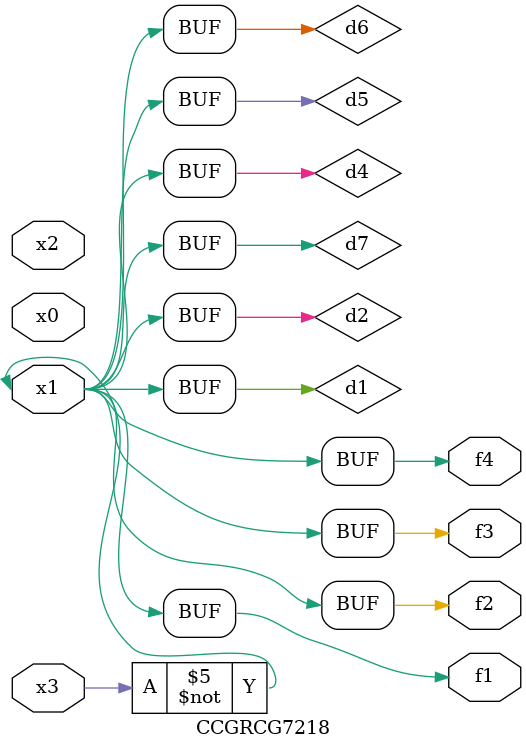
<source format=v>
module CCGRCG7218(
	input x0, x1, x2, x3,
	output f1, f2, f3, f4
);

	wire d1, d2, d3, d4, d5, d6, d7;

	not (d1, x3);
	buf (d2, x1);
	xnor (d3, d1, d2);
	nor (d4, d1);
	buf (d5, d1, d2);
	buf (d6, d4, d5);
	nand (d7, d4);
	assign f1 = d6;
	assign f2 = d7;
	assign f3 = d6;
	assign f4 = d6;
endmodule

</source>
